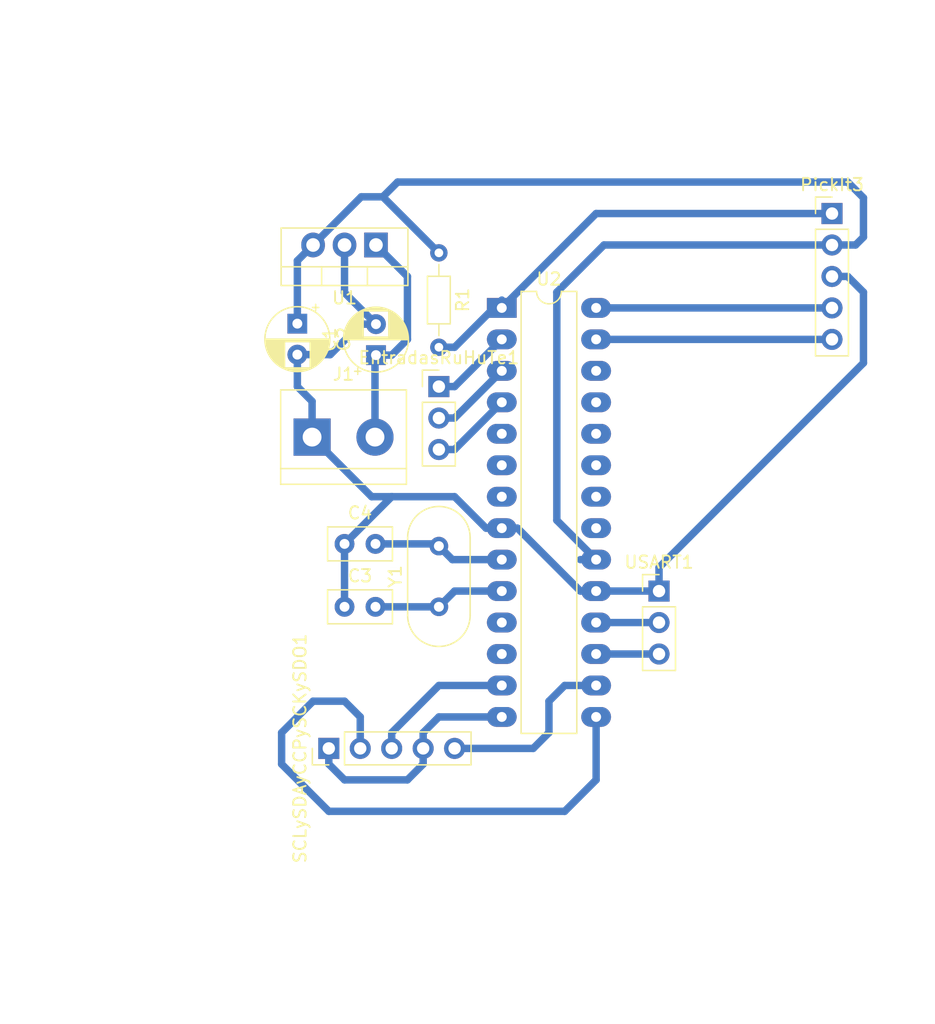
<source format=kicad_pcb>
(kicad_pcb (version 20171130) (host pcbnew "(5.1.10)-1")

  (general
    (thickness 1.6)
    (drawings 3)
    (tracks 97)
    (zones 0)
    (modules 13)
    (nets 29)
  )

  (page A4)
  (layers
    (0 F.Cu signal)
    (31 B.Cu signal)
    (32 B.Adhes user)
    (33 F.Adhes user)
    (34 B.Paste user)
    (35 F.Paste user)
    (36 B.SilkS user)
    (37 F.SilkS user)
    (38 B.Mask user)
    (39 F.Mask user)
    (40 Dwgs.User user)
    (41 Cmts.User user)
    (42 Eco1.User user)
    (43 Eco2.User user)
    (44 Edge.Cuts user)
    (45 Margin user)
    (46 B.CrtYd user)
    (47 F.CrtYd user)
    (48 B.Fab user)
    (49 F.Fab user)
  )

  (setup
    (last_trace_width 0.25)
    (trace_clearance 0.2)
    (zone_clearance 0.508)
    (zone_45_only no)
    (trace_min 0.2)
    (via_size 0.8)
    (via_drill 0.4)
    (via_min_size 0.4)
    (via_min_drill 0.3)
    (uvia_size 0.3)
    (uvia_drill 0.1)
    (uvias_allowed no)
    (uvia_min_size 0.2)
    (uvia_min_drill 0.1)
    (edge_width 0.8)
    (segment_width 0.2)
    (pcb_text_width 0.5)
    (pcb_text_size 2 2)
    (mod_edge_width 0.15)
    (mod_text_size 1 1)
    (mod_text_width 0.15)
    (pad_size 1.524 1.524)
    (pad_drill 0.762)
    (pad_to_mask_clearance 0)
    (aux_axis_origin 0 0)
    (visible_elements 7FFFFFFF)
    (pcbplotparams
      (layerselection 0x010fc_ffffffff)
      (usegerberextensions false)
      (usegerberattributes true)
      (usegerberadvancedattributes true)
      (creategerberjobfile true)
      (excludeedgelayer true)
      (linewidth 0.100000)
      (plotframeref false)
      (viasonmask false)
      (mode 1)
      (useauxorigin false)
      (hpglpennumber 1)
      (hpglpenspeed 20)
      (hpglpendiameter 15.000000)
      (psnegative false)
      (psa4output false)
      (plotreference true)
      (plotvalue true)
      (plotinvisibletext false)
      (padsonsilk false)
      (subtractmaskfromsilk false)
      (outputformat 1)
      (mirror false)
      (drillshape 1)
      (scaleselection 1)
      (outputdirectory ""))
  )

  (net 0 "")
  (net 1 "Net-(C1-Pad1)")
  (net 2 GND)
  (net 3 +5V)
  (net 4 "Net-(C3-Pad2)")
  (net 5 "Net-(C4-Pad2)")
  (net 6 "Net-(PickIt3-Pad1)")
  (net 7 "Net-(PickIt3-Pad4)")
  (net 8 "Net-(PickIt3-Pad5)")
  (net 9 "Net-(U2-Pad17)")
  (net 10 "Net-(U2-Pad18)")
  (net 11 "Net-(U2-Pad5)")
  (net 12 "Net-(U2-Pad6)")
  (net 13 "Net-(U2-Pad7)")
  (net 14 "Net-(U2-Pad21)")
  (net 15 "Net-(U2-Pad22)")
  (net 16 "Net-(U2-Pad23)")
  (net 17 "Net-(U2-Pad24)")
  (net 18 "Net-(U2-Pad11)")
  (net 19 "Net-(U2-Pad25)")
  (net 20 "Net-(U2-Pad12)")
  (net 21 "Net-(U2-Pad26)")
  (net 22 "Net-(SCLySDAyCCPySCKySDO1-Pad1)")
  (net 23 "Net-(SCLySDAyCCPySCKySDO1-Pad2)")
  (net 24 "Net-(SCLySDAyCCPySCKySDO1-Pad3)")
  (net 25 "Net-(SCLySDAyCCPySCKySDO1-Pad5)")
  (net 26 "Net-(EntradasRuHuTe1-Pad1)")
  (net 27 "Net-(EntradasRuHuTe1-Pad2)")
  (net 28 "Net-(EntradasRuHuTe1-Pad3)")

  (net_class Default "Esta es la clase de red por defecto."
    (clearance 0.2)
    (trace_width 0.25)
    (via_dia 0.8)
    (via_drill 0.4)
    (uvia_dia 0.3)
    (uvia_drill 0.1)
  )

  (net_class Signal ""
    (clearance 0.2)
    (trace_width 0.6)
    (via_dia 0.8)
    (via_drill 0.4)
    (uvia_dia 0.3)
    (uvia_drill 0.1)
    (add_net +5V)
    (add_net GND)
    (add_net "Net-(C1-Pad1)")
    (add_net "Net-(C3-Pad2)")
    (add_net "Net-(C4-Pad2)")
    (add_net "Net-(EntradasRuHuTe1-Pad1)")
    (add_net "Net-(EntradasRuHuTe1-Pad2)")
    (add_net "Net-(EntradasRuHuTe1-Pad3)")
    (add_net "Net-(PickIt3-Pad1)")
    (add_net "Net-(PickIt3-Pad4)")
    (add_net "Net-(PickIt3-Pad5)")
    (add_net "Net-(SCLySDAyCCPySCKySDO1-Pad1)")
    (add_net "Net-(SCLySDAyCCPySCKySDO1-Pad2)")
    (add_net "Net-(SCLySDAyCCPySCKySDO1-Pad3)")
    (add_net "Net-(SCLySDAyCCPySCKySDO1-Pad5)")
    (add_net "Net-(U2-Pad11)")
    (add_net "Net-(U2-Pad12)")
    (add_net "Net-(U2-Pad17)")
    (add_net "Net-(U2-Pad18)")
    (add_net "Net-(U2-Pad21)")
    (add_net "Net-(U2-Pad22)")
    (add_net "Net-(U2-Pad23)")
    (add_net "Net-(U2-Pad24)")
    (add_net "Net-(U2-Pad25)")
    (add_net "Net-(U2-Pad26)")
    (add_net "Net-(U2-Pad5)")
    (add_net "Net-(U2-Pad6)")
    (add_net "Net-(U2-Pad7)")
  )

  (module Connector_PinHeader_2.54mm:PinHeader_1x05_P2.54mm_Vertical (layer F.Cu) (tedit 59FED5CC) (tstamp 63644A54)
    (at 139.7 87.63)
    (descr "Through hole straight pin header, 1x05, 2.54mm pitch, single row")
    (tags "Through hole pin header THT 1x05 2.54mm single row")
    (path /635B6CD0)
    (fp_text reference PickIt3 (at 0 -2.33) (layer F.SilkS)
      (effects (font (size 1 1) (thickness 0.15)))
    )
    (fp_text value Conn_01x05 (at 0 12.49) (layer F.Fab)
      (effects (font (size 1 1) (thickness 0.15)))
    )
    (fp_line (start 1.8 -1.8) (end -1.8 -1.8) (layer F.CrtYd) (width 0.05))
    (fp_line (start 1.8 11.95) (end 1.8 -1.8) (layer F.CrtYd) (width 0.05))
    (fp_line (start -1.8 11.95) (end 1.8 11.95) (layer F.CrtYd) (width 0.05))
    (fp_line (start -1.8 -1.8) (end -1.8 11.95) (layer F.CrtYd) (width 0.05))
    (fp_line (start -1.33 -1.33) (end 0 -1.33) (layer F.SilkS) (width 0.12))
    (fp_line (start -1.33 0) (end -1.33 -1.33) (layer F.SilkS) (width 0.12))
    (fp_line (start -1.33 1.27) (end 1.33 1.27) (layer F.SilkS) (width 0.12))
    (fp_line (start 1.33 1.27) (end 1.33 11.49) (layer F.SilkS) (width 0.12))
    (fp_line (start -1.33 1.27) (end -1.33 11.49) (layer F.SilkS) (width 0.12))
    (fp_line (start -1.33 11.49) (end 1.33 11.49) (layer F.SilkS) (width 0.12))
    (fp_line (start -1.27 -0.635) (end -0.635 -1.27) (layer F.Fab) (width 0.1))
    (fp_line (start -1.27 11.43) (end -1.27 -0.635) (layer F.Fab) (width 0.1))
    (fp_line (start 1.27 11.43) (end -1.27 11.43) (layer F.Fab) (width 0.1))
    (fp_line (start 1.27 -1.27) (end 1.27 11.43) (layer F.Fab) (width 0.1))
    (fp_line (start -0.635 -1.27) (end 1.27 -1.27) (layer F.Fab) (width 0.1))
    (fp_text user %R (at 0 5.08 90) (layer F.Fab)
      (effects (font (size 1 1) (thickness 0.15)))
    )
    (pad 1 thru_hole rect (at 0 0) (size 1.7 1.7) (drill 1) (layers *.Cu *.Mask)
      (net 6 "Net-(PickIt3-Pad1)"))
    (pad 2 thru_hole oval (at 0 2.54) (size 1.7 1.7) (drill 1) (layers *.Cu *.Mask)
      (net 3 +5V))
    (pad 3 thru_hole oval (at 0 5.08) (size 1.7 1.7) (drill 1) (layers *.Cu *.Mask)
      (net 2 GND))
    (pad 4 thru_hole oval (at 0 7.62) (size 1.7 1.7) (drill 1) (layers *.Cu *.Mask)
      (net 7 "Net-(PickIt3-Pad4)"))
    (pad 5 thru_hole oval (at 0 10.16) (size 1.7 1.7) (drill 1) (layers *.Cu *.Mask)
      (net 8 "Net-(PickIt3-Pad5)"))
    (model ${KISYS3DMOD}/Connector_PinHeader_2.54mm.3dshapes/PinHeader_1x05_P2.54mm_Vertical.wrl
      (at (xyz 0 0 0))
      (scale (xyz 1 1 1))
      (rotate (xyz 0 0 0))
    )
  )

  (module Capacitor_THT:CP_Radial_D5.0mm_P2.50mm (layer F.Cu) (tedit 5AE50EF0) (tstamp 6363C46F)
    (at 102.87 99.06 90)
    (descr "CP, Radial series, Radial, pin pitch=2.50mm, , diameter=5mm, Electrolytic Capacitor")
    (tags "CP Radial series Radial pin pitch 2.50mm  diameter 5mm Electrolytic Capacitor")
    (path /635AAA2C)
    (fp_text reference C1 (at 1.25 -3.75 90) (layer F.SilkS)
      (effects (font (size 1 1) (thickness 0.15)))
    )
    (fp_text value 0.33uF (at 1.25 3.75 90) (layer F.Fab)
      (effects (font (size 1 1) (thickness 0.15)))
    )
    (fp_line (start -1.304775 -1.725) (end -1.304775 -1.225) (layer F.SilkS) (width 0.12))
    (fp_line (start -1.554775 -1.475) (end -1.054775 -1.475) (layer F.SilkS) (width 0.12))
    (fp_line (start 3.851 -0.284) (end 3.851 0.284) (layer F.SilkS) (width 0.12))
    (fp_line (start 3.811 -0.518) (end 3.811 0.518) (layer F.SilkS) (width 0.12))
    (fp_line (start 3.771 -0.677) (end 3.771 0.677) (layer F.SilkS) (width 0.12))
    (fp_line (start 3.731 -0.805) (end 3.731 0.805) (layer F.SilkS) (width 0.12))
    (fp_line (start 3.691 -0.915) (end 3.691 0.915) (layer F.SilkS) (width 0.12))
    (fp_line (start 3.651 -1.011) (end 3.651 1.011) (layer F.SilkS) (width 0.12))
    (fp_line (start 3.611 -1.098) (end 3.611 1.098) (layer F.SilkS) (width 0.12))
    (fp_line (start 3.571 -1.178) (end 3.571 1.178) (layer F.SilkS) (width 0.12))
    (fp_line (start 3.531 1.04) (end 3.531 1.251) (layer F.SilkS) (width 0.12))
    (fp_line (start 3.531 -1.251) (end 3.531 -1.04) (layer F.SilkS) (width 0.12))
    (fp_line (start 3.491 1.04) (end 3.491 1.319) (layer F.SilkS) (width 0.12))
    (fp_line (start 3.491 -1.319) (end 3.491 -1.04) (layer F.SilkS) (width 0.12))
    (fp_line (start 3.451 1.04) (end 3.451 1.383) (layer F.SilkS) (width 0.12))
    (fp_line (start 3.451 -1.383) (end 3.451 -1.04) (layer F.SilkS) (width 0.12))
    (fp_line (start 3.411 1.04) (end 3.411 1.443) (layer F.SilkS) (width 0.12))
    (fp_line (start 3.411 -1.443) (end 3.411 -1.04) (layer F.SilkS) (width 0.12))
    (fp_line (start 3.371 1.04) (end 3.371 1.5) (layer F.SilkS) (width 0.12))
    (fp_line (start 3.371 -1.5) (end 3.371 -1.04) (layer F.SilkS) (width 0.12))
    (fp_line (start 3.331 1.04) (end 3.331 1.554) (layer F.SilkS) (width 0.12))
    (fp_line (start 3.331 -1.554) (end 3.331 -1.04) (layer F.SilkS) (width 0.12))
    (fp_line (start 3.291 1.04) (end 3.291 1.605) (layer F.SilkS) (width 0.12))
    (fp_line (start 3.291 -1.605) (end 3.291 -1.04) (layer F.SilkS) (width 0.12))
    (fp_line (start 3.251 1.04) (end 3.251 1.653) (layer F.SilkS) (width 0.12))
    (fp_line (start 3.251 -1.653) (end 3.251 -1.04) (layer F.SilkS) (width 0.12))
    (fp_line (start 3.211 1.04) (end 3.211 1.699) (layer F.SilkS) (width 0.12))
    (fp_line (start 3.211 -1.699) (end 3.211 -1.04) (layer F.SilkS) (width 0.12))
    (fp_line (start 3.171 1.04) (end 3.171 1.743) (layer F.SilkS) (width 0.12))
    (fp_line (start 3.171 -1.743) (end 3.171 -1.04) (layer F.SilkS) (width 0.12))
    (fp_line (start 3.131 1.04) (end 3.131 1.785) (layer F.SilkS) (width 0.12))
    (fp_line (start 3.131 -1.785) (end 3.131 -1.04) (layer F.SilkS) (width 0.12))
    (fp_line (start 3.091 1.04) (end 3.091 1.826) (layer F.SilkS) (width 0.12))
    (fp_line (start 3.091 -1.826) (end 3.091 -1.04) (layer F.SilkS) (width 0.12))
    (fp_line (start 3.051 1.04) (end 3.051 1.864) (layer F.SilkS) (width 0.12))
    (fp_line (start 3.051 -1.864) (end 3.051 -1.04) (layer F.SilkS) (width 0.12))
    (fp_line (start 3.011 1.04) (end 3.011 1.901) (layer F.SilkS) (width 0.12))
    (fp_line (start 3.011 -1.901) (end 3.011 -1.04) (layer F.SilkS) (width 0.12))
    (fp_line (start 2.971 1.04) (end 2.971 1.937) (layer F.SilkS) (width 0.12))
    (fp_line (start 2.971 -1.937) (end 2.971 -1.04) (layer F.SilkS) (width 0.12))
    (fp_line (start 2.931 1.04) (end 2.931 1.971) (layer F.SilkS) (width 0.12))
    (fp_line (start 2.931 -1.971) (end 2.931 -1.04) (layer F.SilkS) (width 0.12))
    (fp_line (start 2.891 1.04) (end 2.891 2.004) (layer F.SilkS) (width 0.12))
    (fp_line (start 2.891 -2.004) (end 2.891 -1.04) (layer F.SilkS) (width 0.12))
    (fp_line (start 2.851 1.04) (end 2.851 2.035) (layer F.SilkS) (width 0.12))
    (fp_line (start 2.851 -2.035) (end 2.851 -1.04) (layer F.SilkS) (width 0.12))
    (fp_line (start 2.811 1.04) (end 2.811 2.065) (layer F.SilkS) (width 0.12))
    (fp_line (start 2.811 -2.065) (end 2.811 -1.04) (layer F.SilkS) (width 0.12))
    (fp_line (start 2.771 1.04) (end 2.771 2.095) (layer F.SilkS) (width 0.12))
    (fp_line (start 2.771 -2.095) (end 2.771 -1.04) (layer F.SilkS) (width 0.12))
    (fp_line (start 2.731 1.04) (end 2.731 2.122) (layer F.SilkS) (width 0.12))
    (fp_line (start 2.731 -2.122) (end 2.731 -1.04) (layer F.SilkS) (width 0.12))
    (fp_line (start 2.691 1.04) (end 2.691 2.149) (layer F.SilkS) (width 0.12))
    (fp_line (start 2.691 -2.149) (end 2.691 -1.04) (layer F.SilkS) (width 0.12))
    (fp_line (start 2.651 1.04) (end 2.651 2.175) (layer F.SilkS) (width 0.12))
    (fp_line (start 2.651 -2.175) (end 2.651 -1.04) (layer F.SilkS) (width 0.12))
    (fp_line (start 2.611 1.04) (end 2.611 2.2) (layer F.SilkS) (width 0.12))
    (fp_line (start 2.611 -2.2) (end 2.611 -1.04) (layer F.SilkS) (width 0.12))
    (fp_line (start 2.571 1.04) (end 2.571 2.224) (layer F.SilkS) (width 0.12))
    (fp_line (start 2.571 -2.224) (end 2.571 -1.04) (layer F.SilkS) (width 0.12))
    (fp_line (start 2.531 1.04) (end 2.531 2.247) (layer F.SilkS) (width 0.12))
    (fp_line (start 2.531 -2.247) (end 2.531 -1.04) (layer F.SilkS) (width 0.12))
    (fp_line (start 2.491 1.04) (end 2.491 2.268) (layer F.SilkS) (width 0.12))
    (fp_line (start 2.491 -2.268) (end 2.491 -1.04) (layer F.SilkS) (width 0.12))
    (fp_line (start 2.451 1.04) (end 2.451 2.29) (layer F.SilkS) (width 0.12))
    (fp_line (start 2.451 -2.29) (end 2.451 -1.04) (layer F.SilkS) (width 0.12))
    (fp_line (start 2.411 1.04) (end 2.411 2.31) (layer F.SilkS) (width 0.12))
    (fp_line (start 2.411 -2.31) (end 2.411 -1.04) (layer F.SilkS) (width 0.12))
    (fp_line (start 2.371 1.04) (end 2.371 2.329) (layer F.SilkS) (width 0.12))
    (fp_line (start 2.371 -2.329) (end 2.371 -1.04) (layer F.SilkS) (width 0.12))
    (fp_line (start 2.331 1.04) (end 2.331 2.348) (layer F.SilkS) (width 0.12))
    (fp_line (start 2.331 -2.348) (end 2.331 -1.04) (layer F.SilkS) (width 0.12))
    (fp_line (start 2.291 1.04) (end 2.291 2.365) (layer F.SilkS) (width 0.12))
    (fp_line (start 2.291 -2.365) (end 2.291 -1.04) (layer F.SilkS) (width 0.12))
    (fp_line (start 2.251 1.04) (end 2.251 2.382) (layer F.SilkS) (width 0.12))
    (fp_line (start 2.251 -2.382) (end 2.251 -1.04) (layer F.SilkS) (width 0.12))
    (fp_line (start 2.211 1.04) (end 2.211 2.398) (layer F.SilkS) (width 0.12))
    (fp_line (start 2.211 -2.398) (end 2.211 -1.04) (layer F.SilkS) (width 0.12))
    (fp_line (start 2.171 1.04) (end 2.171 2.414) (layer F.SilkS) (width 0.12))
    (fp_line (start 2.171 -2.414) (end 2.171 -1.04) (layer F.SilkS) (width 0.12))
    (fp_line (start 2.131 1.04) (end 2.131 2.428) (layer F.SilkS) (width 0.12))
    (fp_line (start 2.131 -2.428) (end 2.131 -1.04) (layer F.SilkS) (width 0.12))
    (fp_line (start 2.091 1.04) (end 2.091 2.442) (layer F.SilkS) (width 0.12))
    (fp_line (start 2.091 -2.442) (end 2.091 -1.04) (layer F.SilkS) (width 0.12))
    (fp_line (start 2.051 1.04) (end 2.051 2.455) (layer F.SilkS) (width 0.12))
    (fp_line (start 2.051 -2.455) (end 2.051 -1.04) (layer F.SilkS) (width 0.12))
    (fp_line (start 2.011 1.04) (end 2.011 2.468) (layer F.SilkS) (width 0.12))
    (fp_line (start 2.011 -2.468) (end 2.011 -1.04) (layer F.SilkS) (width 0.12))
    (fp_line (start 1.971 1.04) (end 1.971 2.48) (layer F.SilkS) (width 0.12))
    (fp_line (start 1.971 -2.48) (end 1.971 -1.04) (layer F.SilkS) (width 0.12))
    (fp_line (start 1.93 1.04) (end 1.93 2.491) (layer F.SilkS) (width 0.12))
    (fp_line (start 1.93 -2.491) (end 1.93 -1.04) (layer F.SilkS) (width 0.12))
    (fp_line (start 1.89 1.04) (end 1.89 2.501) (layer F.SilkS) (width 0.12))
    (fp_line (start 1.89 -2.501) (end 1.89 -1.04) (layer F.SilkS) (width 0.12))
    (fp_line (start 1.85 1.04) (end 1.85 2.511) (layer F.SilkS) (width 0.12))
    (fp_line (start 1.85 -2.511) (end 1.85 -1.04) (layer F.SilkS) (width 0.12))
    (fp_line (start 1.81 1.04) (end 1.81 2.52) (layer F.SilkS) (width 0.12))
    (fp_line (start 1.81 -2.52) (end 1.81 -1.04) (layer F.SilkS) (width 0.12))
    (fp_line (start 1.77 1.04) (end 1.77 2.528) (layer F.SilkS) (width 0.12))
    (fp_line (start 1.77 -2.528) (end 1.77 -1.04) (layer F.SilkS) (width 0.12))
    (fp_line (start 1.73 1.04) (end 1.73 2.536) (layer F.SilkS) (width 0.12))
    (fp_line (start 1.73 -2.536) (end 1.73 -1.04) (layer F.SilkS) (width 0.12))
    (fp_line (start 1.69 1.04) (end 1.69 2.543) (layer F.SilkS) (width 0.12))
    (fp_line (start 1.69 -2.543) (end 1.69 -1.04) (layer F.SilkS) (width 0.12))
    (fp_line (start 1.65 1.04) (end 1.65 2.55) (layer F.SilkS) (width 0.12))
    (fp_line (start 1.65 -2.55) (end 1.65 -1.04) (layer F.SilkS) (width 0.12))
    (fp_line (start 1.61 1.04) (end 1.61 2.556) (layer F.SilkS) (width 0.12))
    (fp_line (start 1.61 -2.556) (end 1.61 -1.04) (layer F.SilkS) (width 0.12))
    (fp_line (start 1.57 1.04) (end 1.57 2.561) (layer F.SilkS) (width 0.12))
    (fp_line (start 1.57 -2.561) (end 1.57 -1.04) (layer F.SilkS) (width 0.12))
    (fp_line (start 1.53 1.04) (end 1.53 2.565) (layer F.SilkS) (width 0.12))
    (fp_line (start 1.53 -2.565) (end 1.53 -1.04) (layer F.SilkS) (width 0.12))
    (fp_line (start 1.49 1.04) (end 1.49 2.569) (layer F.SilkS) (width 0.12))
    (fp_line (start 1.49 -2.569) (end 1.49 -1.04) (layer F.SilkS) (width 0.12))
    (fp_line (start 1.45 -2.573) (end 1.45 2.573) (layer F.SilkS) (width 0.12))
    (fp_line (start 1.41 -2.576) (end 1.41 2.576) (layer F.SilkS) (width 0.12))
    (fp_line (start 1.37 -2.578) (end 1.37 2.578) (layer F.SilkS) (width 0.12))
    (fp_line (start 1.33 -2.579) (end 1.33 2.579) (layer F.SilkS) (width 0.12))
    (fp_line (start 1.29 -2.58) (end 1.29 2.58) (layer F.SilkS) (width 0.12))
    (fp_line (start 1.25 -2.58) (end 1.25 2.58) (layer F.SilkS) (width 0.12))
    (fp_line (start -0.633605 -1.3375) (end -0.633605 -0.8375) (layer F.Fab) (width 0.1))
    (fp_line (start -0.883605 -1.0875) (end -0.383605 -1.0875) (layer F.Fab) (width 0.1))
    (fp_circle (center 1.25 0) (end 4 0) (layer F.CrtYd) (width 0.05))
    (fp_circle (center 1.25 0) (end 3.87 0) (layer F.SilkS) (width 0.12))
    (fp_circle (center 1.25 0) (end 3.75 0) (layer F.Fab) (width 0.1))
    (fp_text user %R (at 1.25 0 90) (layer F.Fab)
      (effects (font (size 1 1) (thickness 0.15)))
    )
    (pad 1 thru_hole rect (at 0 0 90) (size 1.6 1.6) (drill 0.8) (layers *.Cu *.Mask)
      (net 1 "Net-(C1-Pad1)"))
    (pad 2 thru_hole circle (at 2.5 0 90) (size 1.6 1.6) (drill 0.8) (layers *.Cu *.Mask)
      (net 2 GND))
    (model ${KISYS3DMOD}/Capacitor_THT.3dshapes/CP_Radial_D5.0mm_P2.50mm.wrl
      (at (xyz 0 0 0))
      (scale (xyz 1 1 1))
      (rotate (xyz 0 0 0))
    )
  )

  (module Capacitor_THT:CP_Radial_D5.0mm_P2.50mm (layer F.Cu) (tedit 5AE50EF0) (tstamp 6363C4F3)
    (at 96.52 96.52 270)
    (descr "CP, Radial series, Radial, pin pitch=2.50mm, , diameter=5mm, Electrolytic Capacitor")
    (tags "CP Radial series Radial pin pitch 2.50mm  diameter 5mm Electrolytic Capacitor")
    (path /635AB87C)
    (fp_text reference C2 (at 1.25 -3.75 90) (layer F.SilkS)
      (effects (font (size 1 1) (thickness 0.15)))
    )
    (fp_text value 0.1uF (at 1.25 3.75 90) (layer F.Fab)
      (effects (font (size 1 1) (thickness 0.15)))
    )
    (fp_circle (center 1.25 0) (end 3.75 0) (layer F.Fab) (width 0.1))
    (fp_circle (center 1.25 0) (end 3.87 0) (layer F.SilkS) (width 0.12))
    (fp_circle (center 1.25 0) (end 4 0) (layer F.CrtYd) (width 0.05))
    (fp_line (start -0.883605 -1.0875) (end -0.383605 -1.0875) (layer F.Fab) (width 0.1))
    (fp_line (start -0.633605 -1.3375) (end -0.633605 -0.8375) (layer F.Fab) (width 0.1))
    (fp_line (start 1.25 -2.58) (end 1.25 2.58) (layer F.SilkS) (width 0.12))
    (fp_line (start 1.29 -2.58) (end 1.29 2.58) (layer F.SilkS) (width 0.12))
    (fp_line (start 1.33 -2.579) (end 1.33 2.579) (layer F.SilkS) (width 0.12))
    (fp_line (start 1.37 -2.578) (end 1.37 2.578) (layer F.SilkS) (width 0.12))
    (fp_line (start 1.41 -2.576) (end 1.41 2.576) (layer F.SilkS) (width 0.12))
    (fp_line (start 1.45 -2.573) (end 1.45 2.573) (layer F.SilkS) (width 0.12))
    (fp_line (start 1.49 -2.569) (end 1.49 -1.04) (layer F.SilkS) (width 0.12))
    (fp_line (start 1.49 1.04) (end 1.49 2.569) (layer F.SilkS) (width 0.12))
    (fp_line (start 1.53 -2.565) (end 1.53 -1.04) (layer F.SilkS) (width 0.12))
    (fp_line (start 1.53 1.04) (end 1.53 2.565) (layer F.SilkS) (width 0.12))
    (fp_line (start 1.57 -2.561) (end 1.57 -1.04) (layer F.SilkS) (width 0.12))
    (fp_line (start 1.57 1.04) (end 1.57 2.561) (layer F.SilkS) (width 0.12))
    (fp_line (start 1.61 -2.556) (end 1.61 -1.04) (layer F.SilkS) (width 0.12))
    (fp_line (start 1.61 1.04) (end 1.61 2.556) (layer F.SilkS) (width 0.12))
    (fp_line (start 1.65 -2.55) (end 1.65 -1.04) (layer F.SilkS) (width 0.12))
    (fp_line (start 1.65 1.04) (end 1.65 2.55) (layer F.SilkS) (width 0.12))
    (fp_line (start 1.69 -2.543) (end 1.69 -1.04) (layer F.SilkS) (width 0.12))
    (fp_line (start 1.69 1.04) (end 1.69 2.543) (layer F.SilkS) (width 0.12))
    (fp_line (start 1.73 -2.536) (end 1.73 -1.04) (layer F.SilkS) (width 0.12))
    (fp_line (start 1.73 1.04) (end 1.73 2.536) (layer F.SilkS) (width 0.12))
    (fp_line (start 1.77 -2.528) (end 1.77 -1.04) (layer F.SilkS) (width 0.12))
    (fp_line (start 1.77 1.04) (end 1.77 2.528) (layer F.SilkS) (width 0.12))
    (fp_line (start 1.81 -2.52) (end 1.81 -1.04) (layer F.SilkS) (width 0.12))
    (fp_line (start 1.81 1.04) (end 1.81 2.52) (layer F.SilkS) (width 0.12))
    (fp_line (start 1.85 -2.511) (end 1.85 -1.04) (layer F.SilkS) (width 0.12))
    (fp_line (start 1.85 1.04) (end 1.85 2.511) (layer F.SilkS) (width 0.12))
    (fp_line (start 1.89 -2.501) (end 1.89 -1.04) (layer F.SilkS) (width 0.12))
    (fp_line (start 1.89 1.04) (end 1.89 2.501) (layer F.SilkS) (width 0.12))
    (fp_line (start 1.93 -2.491) (end 1.93 -1.04) (layer F.SilkS) (width 0.12))
    (fp_line (start 1.93 1.04) (end 1.93 2.491) (layer F.SilkS) (width 0.12))
    (fp_line (start 1.971 -2.48) (end 1.971 -1.04) (layer F.SilkS) (width 0.12))
    (fp_line (start 1.971 1.04) (end 1.971 2.48) (layer F.SilkS) (width 0.12))
    (fp_line (start 2.011 -2.468) (end 2.011 -1.04) (layer F.SilkS) (width 0.12))
    (fp_line (start 2.011 1.04) (end 2.011 2.468) (layer F.SilkS) (width 0.12))
    (fp_line (start 2.051 -2.455) (end 2.051 -1.04) (layer F.SilkS) (width 0.12))
    (fp_line (start 2.051 1.04) (end 2.051 2.455) (layer F.SilkS) (width 0.12))
    (fp_line (start 2.091 -2.442) (end 2.091 -1.04) (layer F.SilkS) (width 0.12))
    (fp_line (start 2.091 1.04) (end 2.091 2.442) (layer F.SilkS) (width 0.12))
    (fp_line (start 2.131 -2.428) (end 2.131 -1.04) (layer F.SilkS) (width 0.12))
    (fp_line (start 2.131 1.04) (end 2.131 2.428) (layer F.SilkS) (width 0.12))
    (fp_line (start 2.171 -2.414) (end 2.171 -1.04) (layer F.SilkS) (width 0.12))
    (fp_line (start 2.171 1.04) (end 2.171 2.414) (layer F.SilkS) (width 0.12))
    (fp_line (start 2.211 -2.398) (end 2.211 -1.04) (layer F.SilkS) (width 0.12))
    (fp_line (start 2.211 1.04) (end 2.211 2.398) (layer F.SilkS) (width 0.12))
    (fp_line (start 2.251 -2.382) (end 2.251 -1.04) (layer F.SilkS) (width 0.12))
    (fp_line (start 2.251 1.04) (end 2.251 2.382) (layer F.SilkS) (width 0.12))
    (fp_line (start 2.291 -2.365) (end 2.291 -1.04) (layer F.SilkS) (width 0.12))
    (fp_line (start 2.291 1.04) (end 2.291 2.365) (layer F.SilkS) (width 0.12))
    (fp_line (start 2.331 -2.348) (end 2.331 -1.04) (layer F.SilkS) (width 0.12))
    (fp_line (start 2.331 1.04) (end 2.331 2.348) (layer F.SilkS) (width 0.12))
    (fp_line (start 2.371 -2.329) (end 2.371 -1.04) (layer F.SilkS) (width 0.12))
    (fp_line (start 2.371 1.04) (end 2.371 2.329) (layer F.SilkS) (width 0.12))
    (fp_line (start 2.411 -2.31) (end 2.411 -1.04) (layer F.SilkS) (width 0.12))
    (fp_line (start 2.411 1.04) (end 2.411 2.31) (layer F.SilkS) (width 0.12))
    (fp_line (start 2.451 -2.29) (end 2.451 -1.04) (layer F.SilkS) (width 0.12))
    (fp_line (start 2.451 1.04) (end 2.451 2.29) (layer F.SilkS) (width 0.12))
    (fp_line (start 2.491 -2.268) (end 2.491 -1.04) (layer F.SilkS) (width 0.12))
    (fp_line (start 2.491 1.04) (end 2.491 2.268) (layer F.SilkS) (width 0.12))
    (fp_line (start 2.531 -2.247) (end 2.531 -1.04) (layer F.SilkS) (width 0.12))
    (fp_line (start 2.531 1.04) (end 2.531 2.247) (layer F.SilkS) (width 0.12))
    (fp_line (start 2.571 -2.224) (end 2.571 -1.04) (layer F.SilkS) (width 0.12))
    (fp_line (start 2.571 1.04) (end 2.571 2.224) (layer F.SilkS) (width 0.12))
    (fp_line (start 2.611 -2.2) (end 2.611 -1.04) (layer F.SilkS) (width 0.12))
    (fp_line (start 2.611 1.04) (end 2.611 2.2) (layer F.SilkS) (width 0.12))
    (fp_line (start 2.651 -2.175) (end 2.651 -1.04) (layer F.SilkS) (width 0.12))
    (fp_line (start 2.651 1.04) (end 2.651 2.175) (layer F.SilkS) (width 0.12))
    (fp_line (start 2.691 -2.149) (end 2.691 -1.04) (layer F.SilkS) (width 0.12))
    (fp_line (start 2.691 1.04) (end 2.691 2.149) (layer F.SilkS) (width 0.12))
    (fp_line (start 2.731 -2.122) (end 2.731 -1.04) (layer F.SilkS) (width 0.12))
    (fp_line (start 2.731 1.04) (end 2.731 2.122) (layer F.SilkS) (width 0.12))
    (fp_line (start 2.771 -2.095) (end 2.771 -1.04) (layer F.SilkS) (width 0.12))
    (fp_line (start 2.771 1.04) (end 2.771 2.095) (layer F.SilkS) (width 0.12))
    (fp_line (start 2.811 -2.065) (end 2.811 -1.04) (layer F.SilkS) (width 0.12))
    (fp_line (start 2.811 1.04) (end 2.811 2.065) (layer F.SilkS) (width 0.12))
    (fp_line (start 2.851 -2.035) (end 2.851 -1.04) (layer F.SilkS) (width 0.12))
    (fp_line (start 2.851 1.04) (end 2.851 2.035) (layer F.SilkS) (width 0.12))
    (fp_line (start 2.891 -2.004) (end 2.891 -1.04) (layer F.SilkS) (width 0.12))
    (fp_line (start 2.891 1.04) (end 2.891 2.004) (layer F.SilkS) (width 0.12))
    (fp_line (start 2.931 -1.971) (end 2.931 -1.04) (layer F.SilkS) (width 0.12))
    (fp_line (start 2.931 1.04) (end 2.931 1.971) (layer F.SilkS) (width 0.12))
    (fp_line (start 2.971 -1.937) (end 2.971 -1.04) (layer F.SilkS) (width 0.12))
    (fp_line (start 2.971 1.04) (end 2.971 1.937) (layer F.SilkS) (width 0.12))
    (fp_line (start 3.011 -1.901) (end 3.011 -1.04) (layer F.SilkS) (width 0.12))
    (fp_line (start 3.011 1.04) (end 3.011 1.901) (layer F.SilkS) (width 0.12))
    (fp_line (start 3.051 -1.864) (end 3.051 -1.04) (layer F.SilkS) (width 0.12))
    (fp_line (start 3.051 1.04) (end 3.051 1.864) (layer F.SilkS) (width 0.12))
    (fp_line (start 3.091 -1.826) (end 3.091 -1.04) (layer F.SilkS) (width 0.12))
    (fp_line (start 3.091 1.04) (end 3.091 1.826) (layer F.SilkS) (width 0.12))
    (fp_line (start 3.131 -1.785) (end 3.131 -1.04) (layer F.SilkS) (width 0.12))
    (fp_line (start 3.131 1.04) (end 3.131 1.785) (layer F.SilkS) (width 0.12))
    (fp_line (start 3.171 -1.743) (end 3.171 -1.04) (layer F.SilkS) (width 0.12))
    (fp_line (start 3.171 1.04) (end 3.171 1.743) (layer F.SilkS) (width 0.12))
    (fp_line (start 3.211 -1.699) (end 3.211 -1.04) (layer F.SilkS) (width 0.12))
    (fp_line (start 3.211 1.04) (end 3.211 1.699) (layer F.SilkS) (width 0.12))
    (fp_line (start 3.251 -1.653) (end 3.251 -1.04) (layer F.SilkS) (width 0.12))
    (fp_line (start 3.251 1.04) (end 3.251 1.653) (layer F.SilkS) (width 0.12))
    (fp_line (start 3.291 -1.605) (end 3.291 -1.04) (layer F.SilkS) (width 0.12))
    (fp_line (start 3.291 1.04) (end 3.291 1.605) (layer F.SilkS) (width 0.12))
    (fp_line (start 3.331 -1.554) (end 3.331 -1.04) (layer F.SilkS) (width 0.12))
    (fp_line (start 3.331 1.04) (end 3.331 1.554) (layer F.SilkS) (width 0.12))
    (fp_line (start 3.371 -1.5) (end 3.371 -1.04) (layer F.SilkS) (width 0.12))
    (fp_line (start 3.371 1.04) (end 3.371 1.5) (layer F.SilkS) (width 0.12))
    (fp_line (start 3.411 -1.443) (end 3.411 -1.04) (layer F.SilkS) (width 0.12))
    (fp_line (start 3.411 1.04) (end 3.411 1.443) (layer F.SilkS) (width 0.12))
    (fp_line (start 3.451 -1.383) (end 3.451 -1.04) (layer F.SilkS) (width 0.12))
    (fp_line (start 3.451 1.04) (end 3.451 1.383) (layer F.SilkS) (width 0.12))
    (fp_line (start 3.491 -1.319) (end 3.491 -1.04) (layer F.SilkS) (width 0.12))
    (fp_line (start 3.491 1.04) (end 3.491 1.319) (layer F.SilkS) (width 0.12))
    (fp_line (start 3.531 -1.251) (end 3.531 -1.04) (layer F.SilkS) (width 0.12))
    (fp_line (start 3.531 1.04) (end 3.531 1.251) (layer F.SilkS) (width 0.12))
    (fp_line (start 3.571 -1.178) (end 3.571 1.178) (layer F.SilkS) (width 0.12))
    (fp_line (start 3.611 -1.098) (end 3.611 1.098) (layer F.SilkS) (width 0.12))
    (fp_line (start 3.651 -1.011) (end 3.651 1.011) (layer F.SilkS) (width 0.12))
    (fp_line (start 3.691 -0.915) (end 3.691 0.915) (layer F.SilkS) (width 0.12))
    (fp_line (start 3.731 -0.805) (end 3.731 0.805) (layer F.SilkS) (width 0.12))
    (fp_line (start 3.771 -0.677) (end 3.771 0.677) (layer F.SilkS) (width 0.12))
    (fp_line (start 3.811 -0.518) (end 3.811 0.518) (layer F.SilkS) (width 0.12))
    (fp_line (start 3.851 -0.284) (end 3.851 0.284) (layer F.SilkS) (width 0.12))
    (fp_line (start -1.554775 -1.475) (end -1.054775 -1.475) (layer F.SilkS) (width 0.12))
    (fp_line (start -1.304775 -1.725) (end -1.304775 -1.225) (layer F.SilkS) (width 0.12))
    (fp_text user %R (at 1.25 0 90) (layer F.Fab)
      (effects (font (size 1 1) (thickness 0.15)))
    )
    (pad 2 thru_hole circle (at 2.5 0 270) (size 1.6 1.6) (drill 0.8) (layers *.Cu *.Mask)
      (net 2 GND))
    (pad 1 thru_hole rect (at 0 0 270) (size 1.6 1.6) (drill 0.8) (layers *.Cu *.Mask)
      (net 3 +5V))
    (model ${KISYS3DMOD}/Capacitor_THT.3dshapes/CP_Radial_D5.0mm_P2.50mm.wrl
      (at (xyz 0 0 0))
      (scale (xyz 1 1 1))
      (rotate (xyz 0 0 0))
    )
  )

  (module Capacitor_THT:C_Disc_D5.0mm_W2.5mm_P2.50mm (layer F.Cu) (tedit 5AE50EF0) (tstamp 6363C506)
    (at 100.33 119.38)
    (descr "C, Disc series, Radial, pin pitch=2.50mm, , diameter*width=5*2.5mm^2, Capacitor, http://cdn-reichelt.de/documents/datenblatt/B300/DS_KERKO_TC.pdf")
    (tags "C Disc series Radial pin pitch 2.50mm  diameter 5mm width 2.5mm Capacitor")
    (path /635F445D)
    (fp_text reference C3 (at 1.25 -2.5) (layer F.SilkS)
      (effects (font (size 1 1) (thickness 0.15)))
    )
    (fp_text value 22pF (at 1.25 2.5) (layer F.Fab)
      (effects (font (size 1 1) (thickness 0.15)))
    )
    (fp_line (start 4 -1.5) (end -1.5 -1.5) (layer F.CrtYd) (width 0.05))
    (fp_line (start 4 1.5) (end 4 -1.5) (layer F.CrtYd) (width 0.05))
    (fp_line (start -1.5 1.5) (end 4 1.5) (layer F.CrtYd) (width 0.05))
    (fp_line (start -1.5 -1.5) (end -1.5 1.5) (layer F.CrtYd) (width 0.05))
    (fp_line (start 3.87 -1.37) (end 3.87 1.37) (layer F.SilkS) (width 0.12))
    (fp_line (start -1.37 -1.37) (end -1.37 1.37) (layer F.SilkS) (width 0.12))
    (fp_line (start -1.37 1.37) (end 3.87 1.37) (layer F.SilkS) (width 0.12))
    (fp_line (start -1.37 -1.37) (end 3.87 -1.37) (layer F.SilkS) (width 0.12))
    (fp_line (start 3.75 -1.25) (end -1.25 -1.25) (layer F.Fab) (width 0.1))
    (fp_line (start 3.75 1.25) (end 3.75 -1.25) (layer F.Fab) (width 0.1))
    (fp_line (start -1.25 1.25) (end 3.75 1.25) (layer F.Fab) (width 0.1))
    (fp_line (start -1.25 -1.25) (end -1.25 1.25) (layer F.Fab) (width 0.1))
    (fp_text user %R (at 1.25 0) (layer F.Fab)
      (effects (font (size 1 1) (thickness 0.15)))
    )
    (pad 1 thru_hole circle (at 0 0) (size 1.6 1.6) (drill 0.8) (layers *.Cu *.Mask)
      (net 2 GND))
    (pad 2 thru_hole circle (at 2.5 0) (size 1.6 1.6) (drill 0.8) (layers *.Cu *.Mask)
      (net 4 "Net-(C3-Pad2)"))
    (model ${KISYS3DMOD}/Capacitor_THT.3dshapes/C_Disc_D5.0mm_W2.5mm_P2.50mm.wrl
      (at (xyz 0 0 0))
      (scale (xyz 1 1 1))
      (rotate (xyz 0 0 0))
    )
  )

  (module Capacitor_THT:C_Disc_D5.0mm_W2.5mm_P2.50mm (layer F.Cu) (tedit 5AE50EF0) (tstamp 6363C519)
    (at 100.33 114.3)
    (descr "C, Disc series, Radial, pin pitch=2.50mm, , diameter*width=5*2.5mm^2, Capacitor, http://cdn-reichelt.de/documents/datenblatt/B300/DS_KERKO_TC.pdf")
    (tags "C Disc series Radial pin pitch 2.50mm  diameter 5mm width 2.5mm Capacitor")
    (path /635F47D1)
    (fp_text reference C4 (at 1.25 -2.5) (layer F.SilkS)
      (effects (font (size 1 1) (thickness 0.15)))
    )
    (fp_text value 22pF (at 1.25 2.5) (layer F.Fab)
      (effects (font (size 1 1) (thickness 0.15)))
    )
    (fp_line (start -1.25 -1.25) (end -1.25 1.25) (layer F.Fab) (width 0.1))
    (fp_line (start -1.25 1.25) (end 3.75 1.25) (layer F.Fab) (width 0.1))
    (fp_line (start 3.75 1.25) (end 3.75 -1.25) (layer F.Fab) (width 0.1))
    (fp_line (start 3.75 -1.25) (end -1.25 -1.25) (layer F.Fab) (width 0.1))
    (fp_line (start -1.37 -1.37) (end 3.87 -1.37) (layer F.SilkS) (width 0.12))
    (fp_line (start -1.37 1.37) (end 3.87 1.37) (layer F.SilkS) (width 0.12))
    (fp_line (start -1.37 -1.37) (end -1.37 1.37) (layer F.SilkS) (width 0.12))
    (fp_line (start 3.87 -1.37) (end 3.87 1.37) (layer F.SilkS) (width 0.12))
    (fp_line (start -1.5 -1.5) (end -1.5 1.5) (layer F.CrtYd) (width 0.05))
    (fp_line (start -1.5 1.5) (end 4 1.5) (layer F.CrtYd) (width 0.05))
    (fp_line (start 4 1.5) (end 4 -1.5) (layer F.CrtYd) (width 0.05))
    (fp_line (start 4 -1.5) (end -1.5 -1.5) (layer F.CrtYd) (width 0.05))
    (fp_text user %R (at 1.25 0) (layer F.Fab)
      (effects (font (size 1 1) (thickness 0.15)))
    )
    (pad 2 thru_hole circle (at 2.5 0) (size 1.6 1.6) (drill 0.8) (layers *.Cu *.Mask)
      (net 5 "Net-(C4-Pad2)"))
    (pad 1 thru_hole circle (at 0 0) (size 1.6 1.6) (drill 0.8) (layers *.Cu *.Mask)
      (net 2 GND))
    (model ${KISYS3DMOD}/Capacitor_THT.3dshapes/C_Disc_D5.0mm_W2.5mm_P2.50mm.wrl
      (at (xyz 0 0 0))
      (scale (xyz 1 1 1))
      (rotate (xyz 0 0 0))
    )
  )

  (module TerminalBlock:TerminalBlock_bornier-2_P5.08mm (layer F.Cu) (tedit 59FF03AB) (tstamp 6363C52E)
    (at 97.71 105.68)
    (descr "simple 2-pin terminal block, pitch 5.08mm, revamped version of bornier2")
    (tags "terminal block bornier2")
    (path /635ACCCC)
    (fp_text reference J1 (at 2.54 -5.08) (layer F.SilkS)
      (effects (font (size 1 1) (thickness 0.15)))
    )
    (fp_text value Conn_01x02 (at 2.54 5.08) (layer F.Fab)
      (effects (font (size 1 1) (thickness 0.15)))
    )
    (fp_line (start 7.79 4) (end -2.71 4) (layer F.CrtYd) (width 0.05))
    (fp_line (start 7.79 4) (end 7.79 -4) (layer F.CrtYd) (width 0.05))
    (fp_line (start -2.71 -4) (end -2.71 4) (layer F.CrtYd) (width 0.05))
    (fp_line (start -2.71 -4) (end 7.79 -4) (layer F.CrtYd) (width 0.05))
    (fp_line (start -2.54 3.81) (end 7.62 3.81) (layer F.SilkS) (width 0.12))
    (fp_line (start -2.54 -3.81) (end -2.54 3.81) (layer F.SilkS) (width 0.12))
    (fp_line (start 7.62 -3.81) (end -2.54 -3.81) (layer F.SilkS) (width 0.12))
    (fp_line (start 7.62 3.81) (end 7.62 -3.81) (layer F.SilkS) (width 0.12))
    (fp_line (start 7.62 2.54) (end -2.54 2.54) (layer F.SilkS) (width 0.12))
    (fp_line (start 7.54 -3.75) (end -2.46 -3.75) (layer F.Fab) (width 0.1))
    (fp_line (start 7.54 3.75) (end 7.54 -3.75) (layer F.Fab) (width 0.1))
    (fp_line (start -2.46 3.75) (end 7.54 3.75) (layer F.Fab) (width 0.1))
    (fp_line (start -2.46 -3.75) (end -2.46 3.75) (layer F.Fab) (width 0.1))
    (fp_line (start -2.41 2.55) (end 7.49 2.55) (layer F.Fab) (width 0.1))
    (fp_text user %R (at 2.54 0) (layer F.Fab)
      (effects (font (size 1 1) (thickness 0.15)))
    )
    (pad 1 thru_hole rect (at 0 0) (size 3 3) (drill 1.52) (layers *.Cu *.Mask)
      (net 2 GND))
    (pad 2 thru_hole circle (at 5.08 0) (size 3 3) (drill 1.52) (layers *.Cu *.Mask)
      (net 1 "Net-(C1-Pad1)"))
    (model ${KISYS3DMOD}/TerminalBlock.3dshapes/TerminalBlock_bornier-2_P5.08mm.wrl
      (offset (xyz 2.539999961853027 0 0))
      (scale (xyz 1 1 1))
      (rotate (xyz 0 0 0))
    )
  )

  (module Resistor_THT:R_Axial_DIN0204_L3.6mm_D1.6mm_P7.62mm_Horizontal (layer F.Cu) (tedit 5AE5139B) (tstamp 6363C57A)
    (at 107.95 90.805 270)
    (descr "Resistor, Axial_DIN0204 series, Axial, Horizontal, pin pitch=7.62mm, 0.167W, length*diameter=3.6*1.6mm^2, http://cdn-reichelt.de/documents/datenblatt/B400/1_4W%23YAG.pdf")
    (tags "Resistor Axial_DIN0204 series Axial Horizontal pin pitch 7.62mm 0.167W length 3.6mm diameter 1.6mm")
    (path /635B3A7F)
    (fp_text reference R1 (at 3.81 -1.92 90) (layer F.SilkS)
      (effects (font (size 1 1) (thickness 0.15)))
    )
    (fp_text value 5k (at 3.81 1.92 90) (layer F.Fab)
      (effects (font (size 1 1) (thickness 0.15)))
    )
    (fp_line (start 8.57 -1.05) (end -0.95 -1.05) (layer F.CrtYd) (width 0.05))
    (fp_line (start 8.57 1.05) (end 8.57 -1.05) (layer F.CrtYd) (width 0.05))
    (fp_line (start -0.95 1.05) (end 8.57 1.05) (layer F.CrtYd) (width 0.05))
    (fp_line (start -0.95 -1.05) (end -0.95 1.05) (layer F.CrtYd) (width 0.05))
    (fp_line (start 6.68 0) (end 5.73 0) (layer F.SilkS) (width 0.12))
    (fp_line (start 0.94 0) (end 1.89 0) (layer F.SilkS) (width 0.12))
    (fp_line (start 5.73 -0.92) (end 1.89 -0.92) (layer F.SilkS) (width 0.12))
    (fp_line (start 5.73 0.92) (end 5.73 -0.92) (layer F.SilkS) (width 0.12))
    (fp_line (start 1.89 0.92) (end 5.73 0.92) (layer F.SilkS) (width 0.12))
    (fp_line (start 1.89 -0.92) (end 1.89 0.92) (layer F.SilkS) (width 0.12))
    (fp_line (start 7.62 0) (end 5.61 0) (layer F.Fab) (width 0.1))
    (fp_line (start 0 0) (end 2.01 0) (layer F.Fab) (width 0.1))
    (fp_line (start 5.61 -0.8) (end 2.01 -0.8) (layer F.Fab) (width 0.1))
    (fp_line (start 5.61 0.8) (end 5.61 -0.8) (layer F.Fab) (width 0.1))
    (fp_line (start 2.01 0.8) (end 5.61 0.8) (layer F.Fab) (width 0.1))
    (fp_line (start 2.01 -0.8) (end 2.01 0.8) (layer F.Fab) (width 0.1))
    (fp_text user %R (at 3.81 0 90) (layer F.Fab)
      (effects (font (size 0.72 0.72) (thickness 0.108)))
    )
    (pad 1 thru_hole circle (at 0 0 270) (size 1.4 1.4) (drill 0.7) (layers *.Cu *.Mask)
      (net 3 +5V))
    (pad 2 thru_hole oval (at 7.62 0 270) (size 1.4 1.4) (drill 0.7) (layers *.Cu *.Mask)
      (net 6 "Net-(PickIt3-Pad1)"))
    (model ${KISYS3DMOD}/Resistor_THT.3dshapes/R_Axial_DIN0204_L3.6mm_D1.6mm_P7.62mm_Horizontal.wrl
      (at (xyz 0 0 0))
      (scale (xyz 1 1 1))
      (rotate (xyz 0 0 0))
    )
  )

  (module Package_TO_SOT_THT:TO-220-3_Vertical (layer F.Cu) (tedit 5AC8BA0D) (tstamp 6363C594)
    (at 102.87 90.17 180)
    (descr "TO-220-3, Vertical, RM 2.54mm, see https://www.vishay.com/docs/66542/to-220-1.pdf")
    (tags "TO-220-3 Vertical RM 2.54mm")
    (path /635A980B)
    (fp_text reference U1 (at 2.54 -4.27) (layer F.SilkS)
      (effects (font (size 1 1) (thickness 0.15)))
    )
    (fp_text value LM7805_TO220 (at 2.54 2.5) (layer F.Fab)
      (effects (font (size 1 1) (thickness 0.15)))
    )
    (fp_line (start 7.79 -3.4) (end -2.71 -3.4) (layer F.CrtYd) (width 0.05))
    (fp_line (start 7.79 1.51) (end 7.79 -3.4) (layer F.CrtYd) (width 0.05))
    (fp_line (start -2.71 1.51) (end 7.79 1.51) (layer F.CrtYd) (width 0.05))
    (fp_line (start -2.71 -3.4) (end -2.71 1.51) (layer F.CrtYd) (width 0.05))
    (fp_line (start 4.391 -3.27) (end 4.391 -1.76) (layer F.SilkS) (width 0.12))
    (fp_line (start 0.69 -3.27) (end 0.69 -1.76) (layer F.SilkS) (width 0.12))
    (fp_line (start -2.58 -1.76) (end 7.66 -1.76) (layer F.SilkS) (width 0.12))
    (fp_line (start 7.66 -3.27) (end 7.66 1.371) (layer F.SilkS) (width 0.12))
    (fp_line (start -2.58 -3.27) (end -2.58 1.371) (layer F.SilkS) (width 0.12))
    (fp_line (start -2.58 1.371) (end 7.66 1.371) (layer F.SilkS) (width 0.12))
    (fp_line (start -2.58 -3.27) (end 7.66 -3.27) (layer F.SilkS) (width 0.12))
    (fp_line (start 4.39 -3.15) (end 4.39 -1.88) (layer F.Fab) (width 0.1))
    (fp_line (start 0.69 -3.15) (end 0.69 -1.88) (layer F.Fab) (width 0.1))
    (fp_line (start -2.46 -1.88) (end 7.54 -1.88) (layer F.Fab) (width 0.1))
    (fp_line (start 7.54 -3.15) (end -2.46 -3.15) (layer F.Fab) (width 0.1))
    (fp_line (start 7.54 1.25) (end 7.54 -3.15) (layer F.Fab) (width 0.1))
    (fp_line (start -2.46 1.25) (end 7.54 1.25) (layer F.Fab) (width 0.1))
    (fp_line (start -2.46 -3.15) (end -2.46 1.25) (layer F.Fab) (width 0.1))
    (fp_text user %R (at 2.54 -4.27) (layer F.Fab)
      (effects (font (size 1 1) (thickness 0.15)))
    )
    (pad 1 thru_hole rect (at 0 0 180) (size 1.905 2) (drill 1.1) (layers *.Cu *.Mask)
      (net 1 "Net-(C1-Pad1)"))
    (pad 2 thru_hole oval (at 2.54 0 180) (size 1.905 2) (drill 1.1) (layers *.Cu *.Mask)
      (net 2 GND))
    (pad 3 thru_hole oval (at 5.08 0 180) (size 1.905 2) (drill 1.1) (layers *.Cu *.Mask)
      (net 3 +5V))
    (model ${KISYS3DMOD}/Package_TO_SOT_THT.3dshapes/TO-220-3_Vertical.wrl
      (at (xyz 0 0 0))
      (scale (xyz 1 1 1))
      (rotate (xyz 0 0 0))
    )
  )

  (module Package_DIP:DIP-28_W7.62mm_LongPads (layer F.Cu) (tedit 5A02E8C5) (tstamp 6363C5C4)
    (at 113.03 95.25)
    (descr "28-lead though-hole mounted DIP package, row spacing 7.62 mm (300 mils), LongPads")
    (tags "THT DIP DIL PDIP 2.54mm 7.62mm 300mil LongPads")
    (path /635A720F)
    (fp_text reference U2 (at 3.81 -2.33) (layer F.SilkS)
      (effects (font (size 1 1) (thickness 0.15)))
    )
    (fp_text value PIC16F886-IP (at 3.81 35.35) (layer F.Fab)
      (effects (font (size 1 1) (thickness 0.15)))
    )
    (fp_line (start 9.1 -1.55) (end -1.45 -1.55) (layer F.CrtYd) (width 0.05))
    (fp_line (start 9.1 34.55) (end 9.1 -1.55) (layer F.CrtYd) (width 0.05))
    (fp_line (start -1.45 34.55) (end 9.1 34.55) (layer F.CrtYd) (width 0.05))
    (fp_line (start -1.45 -1.55) (end -1.45 34.55) (layer F.CrtYd) (width 0.05))
    (fp_line (start 6.06 -1.33) (end 4.81 -1.33) (layer F.SilkS) (width 0.12))
    (fp_line (start 6.06 34.35) (end 6.06 -1.33) (layer F.SilkS) (width 0.12))
    (fp_line (start 1.56 34.35) (end 6.06 34.35) (layer F.SilkS) (width 0.12))
    (fp_line (start 1.56 -1.33) (end 1.56 34.35) (layer F.SilkS) (width 0.12))
    (fp_line (start 2.81 -1.33) (end 1.56 -1.33) (layer F.SilkS) (width 0.12))
    (fp_line (start 0.635 -0.27) (end 1.635 -1.27) (layer F.Fab) (width 0.1))
    (fp_line (start 0.635 34.29) (end 0.635 -0.27) (layer F.Fab) (width 0.1))
    (fp_line (start 6.985 34.29) (end 0.635 34.29) (layer F.Fab) (width 0.1))
    (fp_line (start 6.985 -1.27) (end 6.985 34.29) (layer F.Fab) (width 0.1))
    (fp_line (start 1.635 -1.27) (end 6.985 -1.27) (layer F.Fab) (width 0.1))
    (fp_arc (start 3.81 -1.33) (end 2.81 -1.33) (angle -180) (layer F.SilkS) (width 0.12))
    (fp_text user %R (at 3.81 16.51) (layer F.Fab)
      (effects (font (size 1 1) (thickness 0.15)))
    )
    (pad 1 thru_hole rect (at 0 0) (size 2.4 1.6) (drill 0.8) (layers *.Cu *.Mask)
      (net 6 "Net-(PickIt3-Pad1)"))
    (pad 15 thru_hole oval (at 7.62 33.02) (size 2.4 1.6) (drill 0.8) (layers *.Cu *.Mask)
      (net 23 "Net-(SCLySDAyCCPySCKySDO1-Pad2)"))
    (pad 2 thru_hole oval (at 0 2.54) (size 2.4 1.6) (drill 0.8) (layers *.Cu *.Mask)
      (net 26 "Net-(EntradasRuHuTe1-Pad1)"))
    (pad 16 thru_hole oval (at 7.62 30.48) (size 2.4 1.6) (drill 0.8) (layers *.Cu *.Mask)
      (net 25 "Net-(SCLySDAyCCPySCKySDO1-Pad5)"))
    (pad 3 thru_hole oval (at 0 5.08) (size 2.4 1.6) (drill 0.8) (layers *.Cu *.Mask)
      (net 27 "Net-(EntradasRuHuTe1-Pad2)"))
    (pad 17 thru_hole oval (at 7.62 27.94) (size 2.4 1.6) (drill 0.8) (layers *.Cu *.Mask)
      (net 9 "Net-(U2-Pad17)"))
    (pad 4 thru_hole oval (at 0 7.62) (size 2.4 1.6) (drill 0.8) (layers *.Cu *.Mask)
      (net 28 "Net-(EntradasRuHuTe1-Pad3)"))
    (pad 18 thru_hole oval (at 7.62 25.4) (size 2.4 1.6) (drill 0.8) (layers *.Cu *.Mask)
      (net 10 "Net-(U2-Pad18)"))
    (pad 5 thru_hole oval (at 0 10.16) (size 2.4 1.6) (drill 0.8) (layers *.Cu *.Mask)
      (net 11 "Net-(U2-Pad5)"))
    (pad 19 thru_hole oval (at 7.62 22.86) (size 2.4 1.6) (drill 0.8) (layers *.Cu *.Mask)
      (net 2 GND))
    (pad 6 thru_hole oval (at 0 12.7) (size 2.4 1.6) (drill 0.8) (layers *.Cu *.Mask)
      (net 12 "Net-(U2-Pad6)"))
    (pad 20 thru_hole oval (at 7.62 20.32) (size 2.4 1.6) (drill 0.8) (layers *.Cu *.Mask)
      (net 3 +5V))
    (pad 7 thru_hole oval (at 0 15.24) (size 2.4 1.6) (drill 0.8) (layers *.Cu *.Mask)
      (net 13 "Net-(U2-Pad7)"))
    (pad 21 thru_hole oval (at 7.62 17.78) (size 2.4 1.6) (drill 0.8) (layers *.Cu *.Mask)
      (net 14 "Net-(U2-Pad21)"))
    (pad 8 thru_hole oval (at 0 17.78) (size 2.4 1.6) (drill 0.8) (layers *.Cu *.Mask)
      (net 2 GND))
    (pad 22 thru_hole oval (at 7.62 15.24) (size 2.4 1.6) (drill 0.8) (layers *.Cu *.Mask)
      (net 15 "Net-(U2-Pad22)"))
    (pad 9 thru_hole oval (at 0 20.32) (size 2.4 1.6) (drill 0.8) (layers *.Cu *.Mask)
      (net 5 "Net-(C4-Pad2)"))
    (pad 23 thru_hole oval (at 7.62 12.7) (size 2.4 1.6) (drill 0.8) (layers *.Cu *.Mask)
      (net 16 "Net-(U2-Pad23)"))
    (pad 10 thru_hole oval (at 0 22.86) (size 2.4 1.6) (drill 0.8) (layers *.Cu *.Mask)
      (net 4 "Net-(C3-Pad2)"))
    (pad 24 thru_hole oval (at 7.62 10.16) (size 2.4 1.6) (drill 0.8) (layers *.Cu *.Mask)
      (net 17 "Net-(U2-Pad24)"))
    (pad 11 thru_hole oval (at 0 25.4) (size 2.4 1.6) (drill 0.8) (layers *.Cu *.Mask)
      (net 18 "Net-(U2-Pad11)"))
    (pad 25 thru_hole oval (at 7.62 7.62) (size 2.4 1.6) (drill 0.8) (layers *.Cu *.Mask)
      (net 19 "Net-(U2-Pad25)"))
    (pad 12 thru_hole oval (at 0 27.94) (size 2.4 1.6) (drill 0.8) (layers *.Cu *.Mask)
      (net 20 "Net-(U2-Pad12)"))
    (pad 26 thru_hole oval (at 7.62 5.08) (size 2.4 1.6) (drill 0.8) (layers *.Cu *.Mask)
      (net 21 "Net-(U2-Pad26)"))
    (pad 13 thru_hole oval (at 0 30.48) (size 2.4 1.6) (drill 0.8) (layers *.Cu *.Mask)
      (net 24 "Net-(SCLySDAyCCPySCKySDO1-Pad3)"))
    (pad 27 thru_hole oval (at 7.62 2.54) (size 2.4 1.6) (drill 0.8) (layers *.Cu *.Mask)
      (net 8 "Net-(PickIt3-Pad5)"))
    (pad 14 thru_hole oval (at 0 33.02) (size 2.4 1.6) (drill 0.8) (layers *.Cu *.Mask)
      (net 22 "Net-(SCLySDAyCCPySCKySDO1-Pad1)"))
    (pad 28 thru_hole oval (at 7.62 0) (size 2.4 1.6) (drill 0.8) (layers *.Cu *.Mask)
      (net 7 "Net-(PickIt3-Pad4)"))
    (model ${KISYS3DMOD}/Package_DIP.3dshapes/DIP-28_W7.62mm.wrl
      (at (xyz 0 0 0))
      (scale (xyz 1 1 1))
      (rotate (xyz 0 0 0))
    )
  )

  (module Connector_PinHeader_2.54mm:PinHeader_1x03_P2.54mm_Vertical (layer F.Cu) (tedit 59FED5CC) (tstamp 6363C5DB)
    (at 125.73 118.11)
    (descr "Through hole straight pin header, 1x03, 2.54mm pitch, single row")
    (tags "Through hole pin header THT 1x03 2.54mm single row")
    (path /635CC670)
    (fp_text reference USART1 (at 0 -2.33) (layer F.SilkS)
      (effects (font (size 1 1) (thickness 0.15)))
    )
    (fp_text value Conn_01x03 (at 0 7.41) (layer F.Fab)
      (effects (font (size 1 1) (thickness 0.15)))
    )
    (fp_line (start 1.8 -1.8) (end -1.8 -1.8) (layer F.CrtYd) (width 0.05))
    (fp_line (start 1.8 6.85) (end 1.8 -1.8) (layer F.CrtYd) (width 0.05))
    (fp_line (start -1.8 6.85) (end 1.8 6.85) (layer F.CrtYd) (width 0.05))
    (fp_line (start -1.8 -1.8) (end -1.8 6.85) (layer F.CrtYd) (width 0.05))
    (fp_line (start -1.33 -1.33) (end 0 -1.33) (layer F.SilkS) (width 0.12))
    (fp_line (start -1.33 0) (end -1.33 -1.33) (layer F.SilkS) (width 0.12))
    (fp_line (start -1.33 1.27) (end 1.33 1.27) (layer F.SilkS) (width 0.12))
    (fp_line (start 1.33 1.27) (end 1.33 6.41) (layer F.SilkS) (width 0.12))
    (fp_line (start -1.33 1.27) (end -1.33 6.41) (layer F.SilkS) (width 0.12))
    (fp_line (start -1.33 6.41) (end 1.33 6.41) (layer F.SilkS) (width 0.12))
    (fp_line (start -1.27 -0.635) (end -0.635 -1.27) (layer F.Fab) (width 0.1))
    (fp_line (start -1.27 6.35) (end -1.27 -0.635) (layer F.Fab) (width 0.1))
    (fp_line (start 1.27 6.35) (end -1.27 6.35) (layer F.Fab) (width 0.1))
    (fp_line (start 1.27 -1.27) (end 1.27 6.35) (layer F.Fab) (width 0.1))
    (fp_line (start -0.635 -1.27) (end 1.27 -1.27) (layer F.Fab) (width 0.1))
    (fp_text user %R (at 0 2.54 90) (layer F.Fab)
      (effects (font (size 1 1) (thickness 0.15)))
    )
    (pad 1 thru_hole rect (at 0 0) (size 1.7 1.7) (drill 1) (layers *.Cu *.Mask)
      (net 2 GND))
    (pad 2 thru_hole oval (at 0 2.54) (size 1.7 1.7) (drill 1) (layers *.Cu *.Mask)
      (net 10 "Net-(U2-Pad18)"))
    (pad 3 thru_hole oval (at 0 5.08) (size 1.7 1.7) (drill 1) (layers *.Cu *.Mask)
      (net 9 "Net-(U2-Pad17)"))
    (model ${KISYS3DMOD}/Connector_PinHeader_2.54mm.3dshapes/PinHeader_1x03_P2.54mm_Vertical.wrl
      (at (xyz 0 0 0))
      (scale (xyz 1 1 1))
      (rotate (xyz 0 0 0))
    )
  )

  (module Crystal:Crystal_HC18-U_Vertical (layer F.Cu) (tedit 5A1AD3B7) (tstamp 6363C5F2)
    (at 107.95 119.38 90)
    (descr "Crystal THT HC-18/U, http://5hertz.com/pdfs/04404_D.pdf")
    (tags "THT crystalHC-18/U")
    (path /635F31A4)
    (fp_text reference Y1 (at 2.45 -3.525 90) (layer F.SilkS)
      (effects (font (size 1 1) (thickness 0.15)))
    )
    (fp_text value 20MHz (at 2.45 3.525 90) (layer F.Fab)
      (effects (font (size 1 1) (thickness 0.15)))
    )
    (fp_line (start 8.4 -2.8) (end -3.5 -2.8) (layer F.CrtYd) (width 0.05))
    (fp_line (start 8.4 2.8) (end 8.4 -2.8) (layer F.CrtYd) (width 0.05))
    (fp_line (start -3.5 2.8) (end 8.4 2.8) (layer F.CrtYd) (width 0.05))
    (fp_line (start -3.5 -2.8) (end -3.5 2.8) (layer F.CrtYd) (width 0.05))
    (fp_line (start -0.675 2.525) (end 5.575 2.525) (layer F.SilkS) (width 0.12))
    (fp_line (start -0.675 -2.525) (end 5.575 -2.525) (layer F.SilkS) (width 0.12))
    (fp_line (start -0.55 2) (end 5.45 2) (layer F.Fab) (width 0.1))
    (fp_line (start -0.55 -2) (end 5.45 -2) (layer F.Fab) (width 0.1))
    (fp_line (start -0.675 2.325) (end 5.575 2.325) (layer F.Fab) (width 0.1))
    (fp_line (start -0.675 -2.325) (end 5.575 -2.325) (layer F.Fab) (width 0.1))
    (fp_text user %R (at 2.45 0 90) (layer F.Fab)
      (effects (font (size 1 1) (thickness 0.15)))
    )
    (fp_arc (start -0.675 0) (end -0.675 -2.325) (angle -180) (layer F.Fab) (width 0.1))
    (fp_arc (start 5.575 0) (end 5.575 -2.325) (angle 180) (layer F.Fab) (width 0.1))
    (fp_arc (start -0.55 0) (end -0.55 -2) (angle -180) (layer F.Fab) (width 0.1))
    (fp_arc (start 5.45 0) (end 5.45 -2) (angle 180) (layer F.Fab) (width 0.1))
    (fp_arc (start -0.675 0) (end -0.675 -2.525) (angle -180) (layer F.SilkS) (width 0.12))
    (fp_arc (start 5.575 0) (end 5.575 -2.525) (angle 180) (layer F.SilkS) (width 0.12))
    (pad 1 thru_hole circle (at 0 0 90) (size 1.5 1.5) (drill 0.8) (layers *.Cu *.Mask)
      (net 4 "Net-(C3-Pad2)"))
    (pad 2 thru_hole circle (at 4.9 0 90) (size 1.5 1.5) (drill 0.8) (layers *.Cu *.Mask)
      (net 5 "Net-(C4-Pad2)"))
    (model ${KISYS3DMOD}/Crystal.3dshapes/Crystal_HC18-U_Vertical.wrl
      (at (xyz 0 0 0))
      (scale (xyz 1 1 1))
      (rotate (xyz 0 0 0))
    )
  )

  (module Connector_PinHeader_2.54mm:PinHeader_1x05_P2.54mm_Vertical (layer F.Cu) (tedit 59FED5CC) (tstamp 63643AE1)
    (at 99.06 130.81 90)
    (descr "Through hole straight pin header, 1x05, 2.54mm pitch, single row")
    (tags "Through hole pin header THT 1x05 2.54mm single row")
    (path /63641777)
    (fp_text reference SCLySDAyCCPySCKySDO1 (at 0 -2.33 90) (layer F.SilkS)
      (effects (font (size 1 1) (thickness 0.15)))
    )
    (fp_text value Conn_01x05 (at 0 12.49 90) (layer F.Fab)
      (effects (font (size 1 1) (thickness 0.15)))
    )
    (fp_line (start 1.8 -1.8) (end -1.8 -1.8) (layer F.CrtYd) (width 0.05))
    (fp_line (start 1.8 11.95) (end 1.8 -1.8) (layer F.CrtYd) (width 0.05))
    (fp_line (start -1.8 11.95) (end 1.8 11.95) (layer F.CrtYd) (width 0.05))
    (fp_line (start -1.8 -1.8) (end -1.8 11.95) (layer F.CrtYd) (width 0.05))
    (fp_line (start -1.33 -1.33) (end 0 -1.33) (layer F.SilkS) (width 0.12))
    (fp_line (start -1.33 0) (end -1.33 -1.33) (layer F.SilkS) (width 0.12))
    (fp_line (start -1.33 1.27) (end 1.33 1.27) (layer F.SilkS) (width 0.12))
    (fp_line (start 1.33 1.27) (end 1.33 11.49) (layer F.SilkS) (width 0.12))
    (fp_line (start -1.33 1.27) (end -1.33 11.49) (layer F.SilkS) (width 0.12))
    (fp_line (start -1.33 11.49) (end 1.33 11.49) (layer F.SilkS) (width 0.12))
    (fp_line (start -1.27 -0.635) (end -0.635 -1.27) (layer F.Fab) (width 0.1))
    (fp_line (start -1.27 11.43) (end -1.27 -0.635) (layer F.Fab) (width 0.1))
    (fp_line (start 1.27 11.43) (end -1.27 11.43) (layer F.Fab) (width 0.1))
    (fp_line (start 1.27 -1.27) (end 1.27 11.43) (layer F.Fab) (width 0.1))
    (fp_line (start -0.635 -1.27) (end 1.27 -1.27) (layer F.Fab) (width 0.1))
    (fp_text user %R (at 0 5.08) (layer F.Fab)
      (effects (font (size 1 1) (thickness 0.15)))
    )
    (pad 1 thru_hole rect (at 0 0 90) (size 1.7 1.7) (drill 1) (layers *.Cu *.Mask)
      (net 22 "Net-(SCLySDAyCCPySCKySDO1-Pad1)"))
    (pad 2 thru_hole oval (at 0 2.54 90) (size 1.7 1.7) (drill 1) (layers *.Cu *.Mask)
      (net 23 "Net-(SCLySDAyCCPySCKySDO1-Pad2)"))
    (pad 3 thru_hole oval (at 0 5.08 90) (size 1.7 1.7) (drill 1) (layers *.Cu *.Mask)
      (net 24 "Net-(SCLySDAyCCPySCKySDO1-Pad3)"))
    (pad 4 thru_hole oval (at 0 7.62 90) (size 1.7 1.7) (drill 1) (layers *.Cu *.Mask)
      (net 22 "Net-(SCLySDAyCCPySCKySDO1-Pad1)"))
    (pad 5 thru_hole oval (at 0 10.16 90) (size 1.7 1.7) (drill 1) (layers *.Cu *.Mask)
      (net 25 "Net-(SCLySDAyCCPySCKySDO1-Pad5)"))
    (model ${KISYS3DMOD}/Connector_PinHeader_2.54mm.3dshapes/PinHeader_1x05_P2.54mm_Vertical.wrl
      (at (xyz 0 0 0))
      (scale (xyz 1 1 1))
      (rotate (xyz 0 0 0))
    )
  )

  (module Connector_PinHeader_2.54mm:PinHeader_1x03_P2.54mm_Vertical (layer F.Cu) (tedit 59FED5CC) (tstamp 63643F5D)
    (at 107.95 101.6)
    (descr "Through hole straight pin header, 1x03, 2.54mm pitch, single row")
    (tags "Through hole pin header THT 1x03 2.54mm single row")
    (path /636422CB)
    (fp_text reference EntradasRuHuTe1 (at 0 -2.33) (layer F.SilkS)
      (effects (font (size 1 1) (thickness 0.15)))
    )
    (fp_text value Conn_01x03 (at 0 7.41) (layer F.Fab)
      (effects (font (size 1 1) (thickness 0.15)))
    )
    (fp_line (start 1.8 -1.8) (end -1.8 -1.8) (layer F.CrtYd) (width 0.05))
    (fp_line (start 1.8 6.85) (end 1.8 -1.8) (layer F.CrtYd) (width 0.05))
    (fp_line (start -1.8 6.85) (end 1.8 6.85) (layer F.CrtYd) (width 0.05))
    (fp_line (start -1.8 -1.8) (end -1.8 6.85) (layer F.CrtYd) (width 0.05))
    (fp_line (start -1.33 -1.33) (end 0 -1.33) (layer F.SilkS) (width 0.12))
    (fp_line (start -1.33 0) (end -1.33 -1.33) (layer F.SilkS) (width 0.12))
    (fp_line (start -1.33 1.27) (end 1.33 1.27) (layer F.SilkS) (width 0.12))
    (fp_line (start 1.33 1.27) (end 1.33 6.41) (layer F.SilkS) (width 0.12))
    (fp_line (start -1.33 1.27) (end -1.33 6.41) (layer F.SilkS) (width 0.12))
    (fp_line (start -1.33 6.41) (end 1.33 6.41) (layer F.SilkS) (width 0.12))
    (fp_line (start -1.27 -0.635) (end -0.635 -1.27) (layer F.Fab) (width 0.1))
    (fp_line (start -1.27 6.35) (end -1.27 -0.635) (layer F.Fab) (width 0.1))
    (fp_line (start 1.27 6.35) (end -1.27 6.35) (layer F.Fab) (width 0.1))
    (fp_line (start 1.27 -1.27) (end 1.27 6.35) (layer F.Fab) (width 0.1))
    (fp_line (start -0.635 -1.27) (end 1.27 -1.27) (layer F.Fab) (width 0.1))
    (fp_text user %R (at 0 2.54 90) (layer F.Fab)
      (effects (font (size 1 1) (thickness 0.15)))
    )
    (pad 1 thru_hole rect (at 0 0) (size 1.7 1.7) (drill 1) (layers *.Cu *.Mask)
      (net 26 "Net-(EntradasRuHuTe1-Pad1)"))
    (pad 2 thru_hole oval (at 0 2.54) (size 1.7 1.7) (drill 1) (layers *.Cu *.Mask)
      (net 27 "Net-(EntradasRuHuTe1-Pad2)"))
    (pad 3 thru_hole oval (at 0 5.08) (size 1.7 1.7) (drill 1) (layers *.Cu *.Mask)
      (net 28 "Net-(EntradasRuHuTe1-Pad3)"))
    (model ${KISYS3DMOD}/Connector_PinHeader_2.54mm.3dshapes/PinHeader_1x03_P2.54mm_Vertical.wrl
      (at (xyz 0 0 0))
      (scale (xyz 1 1 1))
      (rotate (xyz 0 0 0))
    )
  )

  (dimension 59.055 (width 0.15) (layer Dwgs.User)
    (gr_text "59,055 mm" (at 76.17 110.1725 270) (layer Dwgs.User)
      (effects (font (size 1 1) (thickness 0.15)))
    )
    (feature1 (pts (xy 88.9 139.7) (xy 76.883579 139.7)))
    (feature2 (pts (xy 88.9 80.645) (xy 76.883579 80.645)))
    (crossbar (pts (xy 77.47 80.645) (xy 77.47 139.7)))
    (arrow1a (pts (xy 77.47 139.7) (xy 76.883579 138.573496)))
    (arrow1b (pts (xy 77.47 139.7) (xy 78.056421 138.573496)))
    (arrow2a (pts (xy 77.47 80.645) (xy 76.883579 81.771504)))
    (arrow2b (pts (xy 77.47 80.645) (xy 78.056421 81.771504)))
  )
  (dimension 59.055 (width 0.15) (layer Dwgs.User)
    (gr_text "59,055 mm" (at 118.4275 71.09) (layer Dwgs.User)
      (effects (font (size 1 1) (thickness 0.15)))
    )
    (feature1 (pts (xy 147.955 80.645) (xy 147.955 71.803579)))
    (feature2 (pts (xy 88.9 80.645) (xy 88.9 71.803579)))
    (crossbar (pts (xy 88.9 72.39) (xy 147.955 72.39)))
    (arrow1a (pts (xy 147.955 72.39) (xy 146.828496 72.976421)))
    (arrow1b (pts (xy 147.955 72.39) (xy 146.828496 71.803579)))
    (arrow2a (pts (xy 88.9 72.39) (xy 90.026504 72.976421)))
    (arrow2b (pts (xy 88.9 72.39) (xy 90.026504 71.803579)))
  )
  (dimension 15.24 (width 0.15) (layer Dwgs.User)
    (gr_text "15,240 mm" (at 129.54 153.7) (layer Dwgs.User)
      (effects (font (size 1 1) (thickness 0.15)))
    )
    (feature1 (pts (xy 137.16 95.25) (xy 137.16 152.986421)))
    (feature2 (pts (xy 121.92 95.25) (xy 121.92 152.986421)))
    (crossbar (pts (xy 121.92 152.4) (xy 137.16 152.4)))
    (arrow1a (pts (xy 137.16 152.4) (xy 136.033496 152.986421)))
    (arrow1b (pts (xy 137.16 152.4) (xy 136.033496 151.813579)))
    (arrow2a (pts (xy 121.92 152.4) (xy 123.046504 152.986421)))
    (arrow2b (pts (xy 121.92 152.4) (xy 123.046504 151.813579)))
  )

  (segment (start 102.87 105.6) (end 102.79 105.68) (width 0.6) (layer B.Cu) (net 1))
  (segment (start 102.79 99.14) (end 102.87 99.06) (width 0.6) (layer B.Cu) (net 1))
  (segment (start 102.79 105.68) (end 102.79 99.14) (width 0.6) (layer B.Cu) (net 1))
  (segment (start 102.87 99.06) (end 104.14 99.06) (width 0.6) (layer B.Cu) (net 1))
  (segment (start 104.14 99.06) (end 105.41 97.79) (width 0.6) (layer B.Cu) (net 1))
  (segment (start 105.41 97.79) (end 105.41 92.71) (width 0.6) (layer B.Cu) (net 1))
  (segment (start 105.41 92.71) (end 102.87 90.17) (width 0.6) (layer B.Cu) (net 1))
  (segment (start 113.03 113.03) (end 114.3 113.03) (width 0.6) (layer B.Cu) (net 2))
  (segment (start 119.38 118.11) (end 120.65 118.11) (width 0.6) (layer B.Cu) (net 2))
  (segment (start 114.3 113.03) (end 119.38 118.11) (width 0.6) (layer B.Cu) (net 2))
  (segment (start 113.03 113.03) (end 111.76 113.03) (width 0.6) (layer B.Cu) (net 2))
  (segment (start 111.76 113.03) (end 109.22 110.49) (width 0.6) (layer B.Cu) (net 2))
  (segment (start 104.14 110.49) (end 100.33 114.3) (width 0.6) (layer B.Cu) (net 2))
  (segment (start 109.22 110.49) (end 104.14 110.49) (width 0.6) (layer B.Cu) (net 2))
  (segment (start 100.33 114.3) (end 100.33 119.38) (width 0.6) (layer B.Cu) (net 2))
  (segment (start 120.65 118.11) (end 125.73 118.11) (width 0.6) (layer B.Cu) (net 2))
  (segment (start 99.1 99.02) (end 96.52 99.02) (width 0.6) (layer B.Cu) (net 2))
  (segment (start 97.71 105.68) (end 97.71 102.79) (width 0.6) (layer B.Cu) (net 2))
  (segment (start 96.52 101.6) (end 96.52 99.02) (width 0.6) (layer B.Cu) (net 2))
  (segment (start 97.71 102.79) (end 96.52 101.6) (width 0.6) (layer B.Cu) (net 2))
  (segment (start 102.87 96.56) (end 101.64 96.56) (width 0.6) (layer B.Cu) (net 2))
  (segment (start 99.18 99.02) (end 99.1 99.02) (width 0.6) (layer B.Cu) (net 2))
  (segment (start 101.64 96.56) (end 99.18 99.02) (width 0.6) (layer B.Cu) (net 2))
  (segment (start 100.33 94.02) (end 100.33 90.17) (width 0.6) (layer B.Cu) (net 2))
  (segment (start 102.87 96.56) (end 100.33 94.02) (width 0.6) (layer B.Cu) (net 2))
  (segment (start 102.52 110.49) (end 97.71 105.68) (width 0.6) (layer B.Cu) (net 2))
  (segment (start 104.14 110.49) (end 102.52 110.49) (width 0.6) (layer B.Cu) (net 2))
  (segment (start 125.73 118.11) (end 125.73 116.205) (width 0.6) (layer B.Cu) (net 2))
  (segment (start 125.73 116.205) (end 142.24 99.695) (width 0.6) (layer B.Cu) (net 2))
  (segment (start 142.24 99.695) (end 142.24 93.98) (width 0.6) (layer B.Cu) (net 2))
  (segment (start 140.97 92.71) (end 139.7 92.71) (width 0.6) (layer B.Cu) (net 2))
  (segment (start 142.24 93.98) (end 140.97 92.71) (width 0.6) (layer B.Cu) (net 2))
  (segment (start 120.65 115.57) (end 119.38 115.57) (width 0.6) (layer B.Cu) (net 3))
  (segment (start 96.52 91.44) (end 97.79 90.17) (width 0.6) (layer B.Cu) (net 3))
  (segment (start 96.52 96.52) (end 96.52 91.44) (width 0.6) (layer B.Cu) (net 3))
  (segment (start 101.680001 86.279999) (end 97.79 90.17) (width 0.6) (layer B.Cu) (net 3))
  (segment (start 107.95 90.805) (end 103.424999 86.279999) (width 0.6) (layer B.Cu) (net 3))
  (segment (start 103.424999 86.279999) (end 101.680001 86.279999) (width 0.6) (layer B.Cu) (net 3))
  (segment (start 121.285 90.17) (end 139.7 90.17) (width 0.6) (layer B.Cu) (net 3))
  (segment (start 117.475 93.98) (end 121.285 90.17) (width 0.6) (layer B.Cu) (net 3))
  (segment (start 117.475 112.395) (end 117.475 93.98) (width 0.6) (layer B.Cu) (net 3))
  (segment (start 120.65 115.57) (end 117.475 112.395) (width 0.6) (layer B.Cu) (net 3))
  (segment (start 139.7 90.17) (end 141.605 90.17) (width 0.6) (layer B.Cu) (net 3))
  (segment (start 141.605 90.17) (end 142.24 89.535) (width 0.6) (layer B.Cu) (net 3))
  (segment (start 142.24 89.535) (end 142.24 86.36) (width 0.6) (layer B.Cu) (net 3))
  (segment (start 142.24 86.36) (end 140.97 85.09) (width 0.6) (layer B.Cu) (net 3))
  (segment (start 104.614998 85.09) (end 103.424999 86.279999) (width 0.6) (layer B.Cu) (net 3))
  (segment (start 140.97 85.09) (end 104.614998 85.09) (width 0.6) (layer B.Cu) (net 3))
  (segment (start 107.95 119.38) (end 102.83 119.38) (width 0.6) (layer B.Cu) (net 4))
  (segment (start 109.22 118.11) (end 107.95 119.38) (width 0.6) (layer B.Cu) (net 4))
  (segment (start 113.03 118.11) (end 109.22 118.11) (width 0.6) (layer B.Cu) (net 4))
  (segment (start 107.77 114.3) (end 107.95 114.48) (width 0.6) (layer B.Cu) (net 5))
  (segment (start 102.83 114.3) (end 107.77 114.3) (width 0.6) (layer B.Cu) (net 5))
  (segment (start 109.04 115.57) (end 107.95 114.48) (width 0.6) (layer B.Cu) (net 5))
  (segment (start 113.03 115.57) (end 109.04 115.57) (width 0.6) (layer B.Cu) (net 5))
  (segment (start 113.03 94.615) (end 113.03 95.25) (width 0.6) (layer B.Cu) (net 6))
  (segment (start 107.95 98.425) (end 109.22 98.425) (width 0.6) (layer B.Cu) (net 6))
  (segment (start 112.395 95.25) (end 113.03 95.25) (width 0.6) (layer B.Cu) (net 6))
  (segment (start 109.22 98.425) (end 112.395 95.25) (width 0.6) (layer B.Cu) (net 6))
  (segment (start 120.65 87.63) (end 113.03 95.25) (width 0.6) (layer B.Cu) (net 6))
  (segment (start 139.7 87.63) (end 120.65 87.63) (width 0.6) (layer B.Cu) (net 6))
  (segment (start 120.62 95.22) (end 120.65 95.25) (width 0.6) (layer B.Cu) (net 7))
  (segment (start 139.7 95.25) (end 120.65 95.25) (width 0.6) (layer B.Cu) (net 7))
  (segment (start 139.7 97.79) (end 120.65 97.79) (width 0.6) (layer B.Cu) (net 8))
  (segment (start 120.65 123.19) (end 125.73 123.19) (width 0.6) (layer B.Cu) (net 9))
  (segment (start 120.65 120.65) (end 125.73 120.65) (width 0.6) (layer B.Cu) (net 10))
  (segment (start 113.03 128.27) (end 107.95 128.27) (width 0.6) (layer B.Cu) (net 22))
  (segment (start 107.95 128.27) (end 106.68 129.54) (width 0.6) (layer B.Cu) (net 22))
  (segment (start 106.68 129.54) (end 106.68 130.81) (width 0.6) (layer B.Cu) (net 22))
  (segment (start 106.68 130.81) (end 106.68 132.08) (width 0.6) (layer B.Cu) (net 22))
  (segment (start 106.68 132.08) (end 105.41 133.35) (width 0.6) (layer B.Cu) (net 22))
  (segment (start 105.41 133.35) (end 100.33 133.35) (width 0.6) (layer B.Cu) (net 22))
  (segment (start 99.06 132.08) (end 99.06 130.81) (width 0.6) (layer B.Cu) (net 22))
  (segment (start 100.33 133.35) (end 99.06 132.08) (width 0.6) (layer B.Cu) (net 22))
  (segment (start 100.33 127) (end 101.6 128.27) (width 0.6) (layer B.Cu) (net 23))
  (segment (start 97.79 127) (end 100.33 127) (width 0.6) (layer B.Cu) (net 23))
  (segment (start 101.6 128.27) (end 101.6 130.81) (width 0.6) (layer B.Cu) (net 23))
  (segment (start 95.25 129.54) (end 97.79 127) (width 0.6) (layer B.Cu) (net 23))
  (segment (start 95.25 132.08) (end 95.25 129.54) (width 0.6) (layer B.Cu) (net 23))
  (segment (start 99.06 135.89) (end 95.25 132.08) (width 0.6) (layer B.Cu) (net 23))
  (segment (start 118.11 135.89) (end 99.06 135.89) (width 0.6) (layer B.Cu) (net 23))
  (segment (start 120.65 133.35) (end 118.11 135.89) (width 0.6) (layer B.Cu) (net 23))
  (segment (start 120.65 128.27) (end 120.65 133.35) (width 0.6) (layer B.Cu) (net 23))
  (segment (start 113.03 125.73) (end 107.95 125.73) (width 0.6) (layer B.Cu) (net 24))
  (segment (start 107.95 125.73) (end 104.14 129.54) (width 0.6) (layer B.Cu) (net 24))
  (segment (start 104.14 129.54) (end 104.14 130.81) (width 0.6) (layer B.Cu) (net 24))
  (segment (start 118.11 125.73) (end 116.84 127) (width 0.6) (layer B.Cu) (net 25))
  (segment (start 120.65 125.73) (end 118.11 125.73) (width 0.6) (layer B.Cu) (net 25))
  (segment (start 116.84 127) (end 116.84 129.54) (width 0.6) (layer B.Cu) (net 25))
  (segment (start 115.57 130.81) (end 109.22 130.81) (width 0.6) (layer B.Cu) (net 25))
  (segment (start 116.84 129.54) (end 115.57 130.81) (width 0.6) (layer B.Cu) (net 25))
  (segment (start 107.95 101.6) (end 109.22 101.6) (width 0.6) (layer B.Cu) (net 26))
  (segment (start 109.22 101.6) (end 113.03 97.79) (width 0.6) (layer B.Cu) (net 26))
  (segment (start 109.22 104.14) (end 113.03 100.33) (width 0.6) (layer B.Cu) (net 27))
  (segment (start 107.95 104.14) (end 109.22 104.14) (width 0.6) (layer B.Cu) (net 27))
  (segment (start 109.22 106.68) (end 113.03 102.87) (width 0.6) (layer B.Cu) (net 28))
  (segment (start 107.95 106.68) (end 109.22 106.68) (width 0.6) (layer B.Cu) (net 28))

)

</source>
